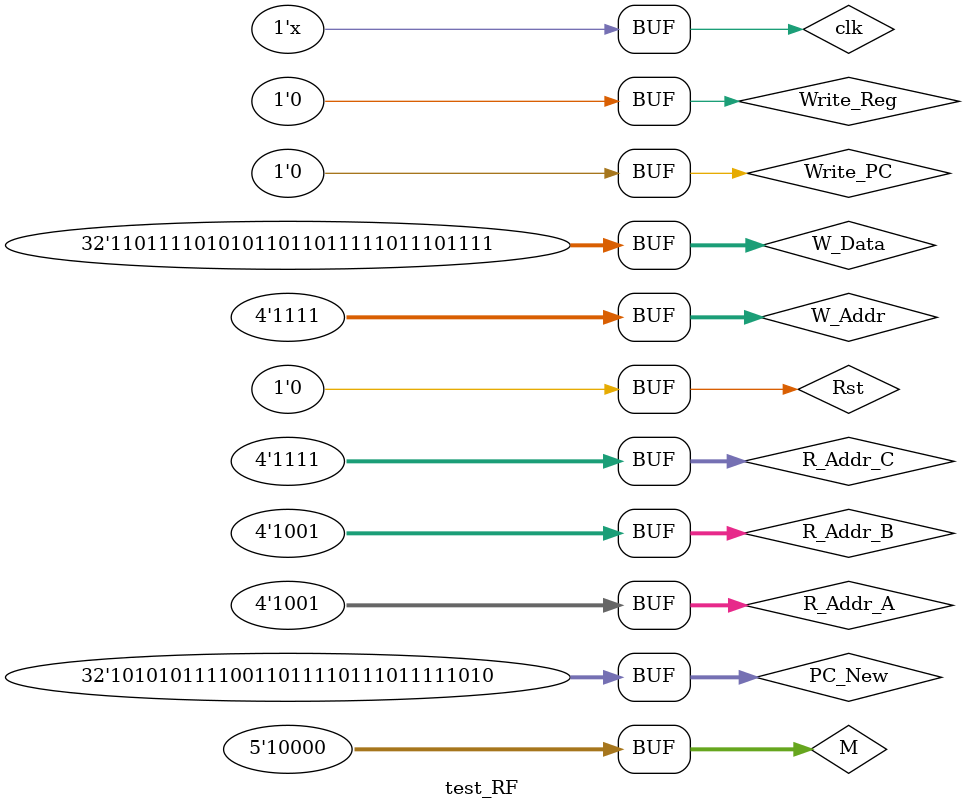
<source format=v>
`timescale 1ns / 1ps



module test_RF;
    // Inputs
    reg [3:0] R_Addr_A;
    reg [3:0] R_Addr_B;
    reg [3:0] R_Addr_C;
    reg [3:0] W_Addr;
    reg [31:0] W_Data;
    reg Write_Reg;
    reg Write_PC;
    reg [31:0]PC_New;
    reg [4:0] M;
    reg clk;
    reg Rst;

    // Outputs
    wire [31:0] R_Data_A;
    wire [31:0] R_Data_B;
    wire [31:0] R_Data_C;
    wire Error1;//display write error
    wire Error2;//display read error

    // Instantiate the Unit Under Test (UUT)
    General_Purpose_RF uut (
        .R_Addr_A(R_Addr_A), 
        .R_Addr_B(R_Addr_B), 
        .R_Addr_C(R_Addr_C), 
        .W_Addr(W_Addr), 
        .W_Data(W_Data), 
        .Write_Reg(Write_Reg), 
        .Write_PC(Write_PC), 
        .PC_New(PC_New), 
        .M(M), 
        .clk(clk), 
        .Rst(Rst), 
        .R_Data_A(R_Data_A), 
        .R_Data_B(R_Data_B), 
        .R_Data_C(R_Data_C),
        .Error1(Error1),
        .Error2(Error2)
    );

    // Clock generation
    always #5 clk = ~clk;

    initial begin
        // Initialize Inputs
        clk = 0;
        Rst = 0;
        R_Addr_A = 0;
        R_Addr_B = 0;
        R_Addr_C = 0;
        W_Addr = 0;
        W_Data = 0;
        Write_Reg = 0;
        Write_PC = 0;
        PC_New = 32'h0;
        M = 0;

        // Wait for global reset
        #10;
        
        // Apply reset
        Rst = 1;
        #20;
        Rst = 0;
        #20;
        
        // Write to general purpose registers (Mode 0)
        M = 5'b10000;  // User mode
        Write_Reg = 1;
        W_Addr = 4;
        //W_Addr = 1;
        W_Data = 32'hA5A5A5A5;
        //W_Data = 32'h00000002;
        #10;
        Write_Reg = 0;

        // Read from general purpose registers (Mode 0)
        R_Addr_A = 4;
        //R_Addr_B = 1;
        #10;
        
        // Apply reset
        Rst = 1;
        #20;
        Rst = 0;
        #20;
        
        // Write to banked registers (Mode 1)
        M = 5'b10001;  // FIQ mode
        Write_Reg = 1;
        W_Addr = 9;
        W_Data = 32'h5A5A5A5A;
        #10;
        Write_Reg = 0;

        // Read from banked registers (Mode 1)
        R_Addr_B = 9;
        #10;
        
        // Apply reset
        Rst = 1;
        #20;
        Rst = 0;
        #20;
        
        // wirte(Mode 2)
        M = 5'b10010;  // irq mode
        Write_Reg = 1;
        W_Addr = 5;
        W_Data = 32'h1A1A1A1A;
        #10;
        Write_Reg = 0;

        // read (Mode 2)
        R_Addr_C = 5;
        #10;
        
        // Apply reset
        Rst = 1;
        #20;
        Rst = 0;
        #20;

        // Check Error1 for invalid write address in mode 0 (User mode)
        M = 5'b10000;
        Write_Reg = 1;
        W_Addr = 15;
        W_Data = 32'hDEADBEEF;
        #10;
        Write_Reg = 0;
        
        // Apply reset
        Rst = 1;
        #20;
        Rst = 0;
        #20;

        // Check Error2 for invalid read address in mode 4 (Invalid mode)
        M = 5'b11000;
        R_Addr_A = 9;
        #10;

        // Apply reset
        Rst = 1;
        #20;
        Rst = 0;
        #20;
        
        // Write to and read from PC (Register 15)
        M = 5'b10000;  // User mode
        Write_PC = 1;
        PC_New = 32'hABCDEEFA;
        #10;
        Write_PC = 0;

        R_Addr_C = 15;
        #10;
        
        // Apply reset
        Rst = 1;
        #20;
        Rst = 0;
        #20;

    end
      
endmodule


</source>
